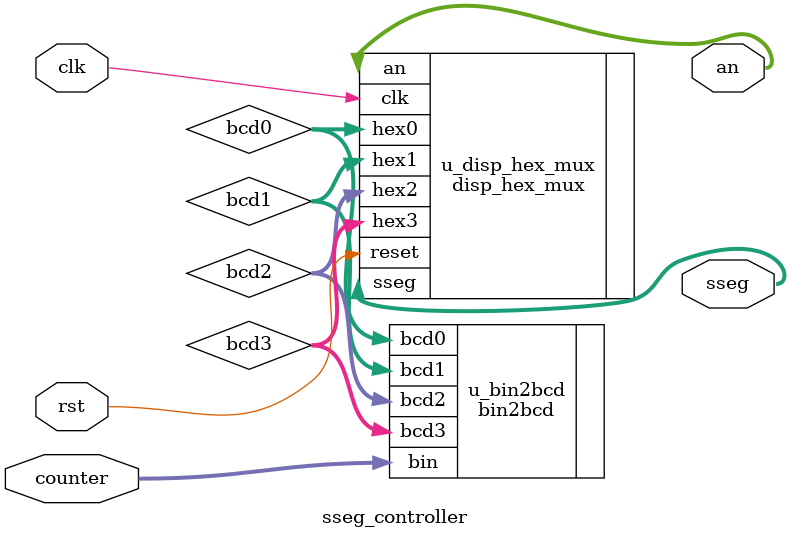
<source format=sv>
module sseg_controller (
    input   logic        clk,     
    input   logic        rst,   
    input   logic [31:0] counter,

    output  logic [6:0]  sseg,
    output  logic [3:0]  an
);

// Internal signals
wire [3:0] bcd3, bcd2, bcd1, bcd0;



// Instances

bin2bcd u_bin2bcd (
    .bcd0(bcd0), 
    .bcd1(bcd1), 
    .bcd2(bcd2), 
    .bcd3(bcd3), 
    .bin (counter) 
);



disp_hex_mux u_disp_hex_mux (
    .an   (an),
    .clk  (clk),
    .hex0 (bcd0),
    .hex1 (bcd1),
    .hex2 (bcd2),
    .hex3 (bcd3),
    .reset(rst),
    .sseg (sseg) 
);
    
endmodule
</source>
